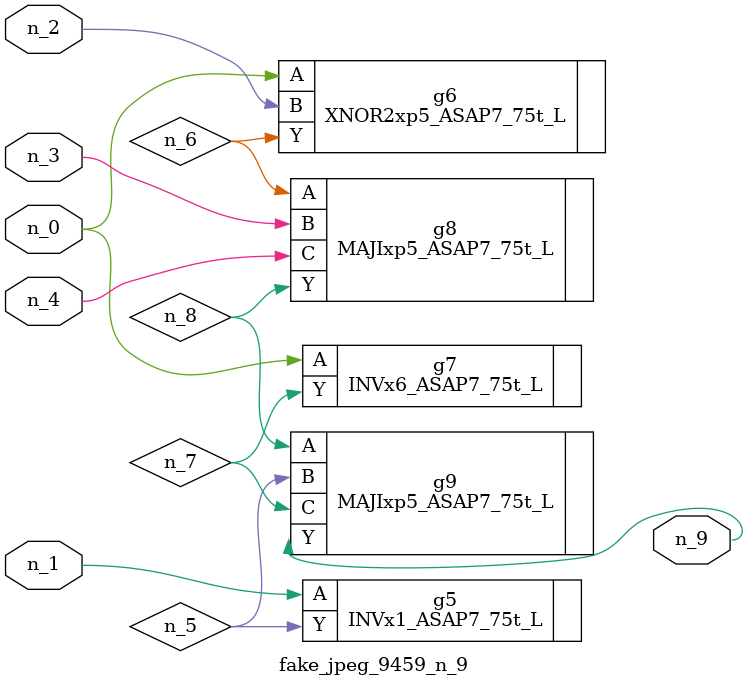
<source format=v>
module fake_jpeg_9459_n_9 (n_3, n_2, n_1, n_0, n_4, n_9);

input n_3;
input n_2;
input n_1;
input n_0;
input n_4;

output n_9;

wire n_8;
wire n_6;
wire n_5;
wire n_7;

INVx1_ASAP7_75t_L g5 ( 
.A(n_1),
.Y(n_5)
);

XNOR2xp5_ASAP7_75t_L g6 ( 
.A(n_0),
.B(n_2),
.Y(n_6)
);

INVx6_ASAP7_75t_L g7 ( 
.A(n_0),
.Y(n_7)
);

MAJIxp5_ASAP7_75t_L g8 ( 
.A(n_6),
.B(n_3),
.C(n_4),
.Y(n_8)
);

MAJIxp5_ASAP7_75t_L g9 ( 
.A(n_8),
.B(n_5),
.C(n_7),
.Y(n_9)
);


endmodule
</source>
